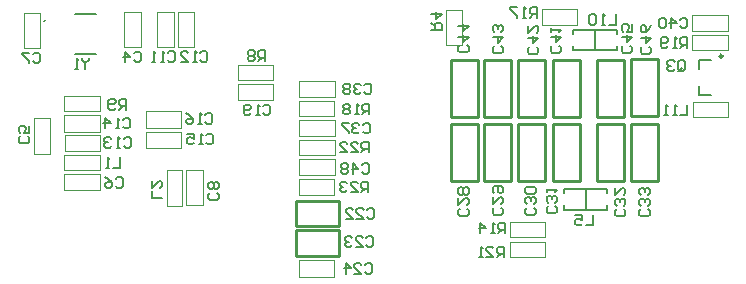
<source format=gbo>
G04*
G04 #@! TF.GenerationSoftware,Altium Limited,Altium Designer,20.2.5 (213)*
G04*
G04 Layer_Color=32896*
%FSLAX42Y42*%
%MOMM*%
G71*
G04*
G04 #@! TF.SameCoordinates,6F224850-DB23-45E0-B5EC-48CDDA7698CB*
G04*
G04*
G04 #@! TF.FilePolarity,Positive*
G04*
G01*
G75*
%ADD10C,0.25*%
%ADD11C,0.20*%
%ADD12C,0.10*%
%ADD14C,0.15*%
%ADD15C,0.25*%
D10*
X6295Y1952D02*
G03*
X6295Y1952I-12J0D01*
G01*
D11*
X557Y2253D02*
G03*
X557Y2253I-6J0D01*
G01*
X6097Y1620D02*
Y1697D01*
Y1620D02*
X6197D01*
X6097Y1842D02*
Y1920D01*
X6197D01*
X810Y2310D02*
X990D01*
X810Y1970D02*
X990D01*
D12*
X6342Y1435D02*
Y1565D01*
X6042Y1435D02*
X6342D01*
X6042D02*
Y1565D01*
X6342D01*
X6038Y2162D02*
Y2302D01*
Y2162D02*
X6338D01*
X6038Y2302D02*
X6338D01*
Y2162D02*
Y2302D01*
X6038Y2000D02*
Y2130D01*
X6338D01*
Y2000D02*
Y2130D01*
X6038Y2000D02*
X6338D01*
X3955Y2345D02*
X4085D01*
Y2045D02*
Y2345D01*
X3955Y2045D02*
X4085D01*
X3955D02*
Y2345D01*
X1720Y685D02*
Y985D01*
X1590D02*
X1720D01*
X1590Y685D02*
Y985D01*
Y685D02*
X1720D01*
X1755Y690D02*
X1895D01*
X1895D02*
Y990D01*
X1755Y690D02*
Y990D01*
X1895D01*
X1712Y1173D02*
Y1312D01*
X1412Y1312D02*
X1712D01*
X1412Y1173D02*
X1712D01*
X1412D02*
Y1312D01*
X1712Y1345D02*
Y1485D01*
X1412Y1485D02*
X1712D01*
X1412Y1345D02*
X1712D01*
X1412D02*
Y1485D01*
X462Y1427D02*
X603D01*
X462Y1127D02*
Y1427D01*
X603Y1127D02*
Y1427D01*
X462Y1127D02*
X603D01*
X722Y815D02*
Y955D01*
Y815D02*
X1022D01*
X722Y955D02*
X1022D01*
Y815D02*
Y955D01*
X725Y1148D02*
Y1288D01*
Y1148D02*
X1025D01*
X725Y1288D02*
X1025D01*
Y1148D02*
Y1288D01*
X722Y1313D02*
Y1453D01*
Y1313D02*
X1022D01*
X722Y1453D02*
X1022D01*
Y1313D02*
Y1453D01*
X722Y1615D02*
X1023D01*
X722Y1485D02*
Y1615D01*
Y1485D02*
X1023D01*
Y1615D01*
X378Y2020D02*
X518D01*
X518D02*
Y2320D01*
X378Y2020D02*
Y2320D01*
X518D01*
X1680Y2327D02*
X1820D01*
X1680Y2027D02*
Y2327D01*
X1820Y2027D02*
Y2327D01*
X1680Y2027D02*
X1820D01*
X1507Y2327D02*
X1648D01*
X1507Y2027D02*
Y2327D01*
X1648Y2027D02*
Y2327D01*
X1507Y2027D02*
X1648D01*
X1230Y2325D02*
X1370D01*
X1230Y2025D02*
Y2325D01*
X1370Y2025D02*
Y2325D01*
X1230Y2025D02*
X1370D01*
X2490Y1577D02*
Y1717D01*
X2190Y1717D02*
X2490D01*
X2190Y1577D02*
X2490D01*
X2190D02*
Y1717D01*
X2710Y1115D02*
X3010D01*
Y1245D01*
X2710D02*
X3010D01*
X2710Y1115D02*
Y1245D01*
X2708Y780D02*
X3008D01*
Y910D01*
X2708D02*
X3008D01*
X2708Y780D02*
Y910D01*
X3010Y943D02*
Y1082D01*
X2710Y1082D02*
X3010D01*
X2710Y943D02*
X3010D01*
X2710D02*
Y1082D01*
X4492Y378D02*
X4792D01*
X4492Y247D02*
Y378D01*
Y247D02*
X4792D01*
Y378D01*
X722Y1118D02*
X1023D01*
X722Y988D02*
Y1118D01*
Y988D02*
X1023D01*
Y1118D01*
X2707Y1445D02*
X3007D01*
Y1575D01*
X2707D02*
X3007D01*
X2707Y1445D02*
Y1575D01*
X4765Y2348D02*
X5065D01*
X4765Y2217D02*
Y2348D01*
Y2217D02*
X5065D01*
Y2348D01*
X4492Y420D02*
X4792D01*
Y550D01*
X4492D02*
X4792D01*
X4492Y420D02*
Y550D01*
X2190Y1877D02*
X2490D01*
X2190Y1747D02*
Y1877D01*
Y1747D02*
X2490D01*
Y1877D01*
X3010Y1605D02*
Y1745D01*
X2710Y1745D02*
X3010D01*
X2710Y1605D02*
X3010D01*
X2710D02*
Y1745D01*
X3010Y1275D02*
Y1415D01*
X2710Y1415D02*
X3010D01*
X2710Y1275D02*
X3010D01*
X2710D02*
Y1415D01*
X3008Y85D02*
Y225D01*
X2708Y225D02*
X3008D01*
X2708Y85D02*
X3008D01*
X2708D02*
Y225D01*
D14*
X5135Y653D02*
Y827D01*
X5320Y653D02*
Y690D01*
X4950Y653D02*
X5320D01*
X4950D02*
Y690D01*
Y790D02*
Y827D01*
X5320D01*
Y790D02*
Y827D01*
X5402Y2138D02*
Y2175D01*
X5032D02*
X5402D01*
X5032Y2138D02*
Y2175D01*
Y2000D02*
Y2038D01*
Y2000D02*
X5402D01*
Y2038D01*
X5217Y2000D02*
Y2175D01*
X5197Y607D02*
Y518D01*
X5137D01*
X5048Y607D02*
X5108D01*
Y562D01*
X5078Y577D01*
X5063D01*
X5048Y562D01*
Y533D01*
X5063Y518D01*
X5093D01*
X5108Y533D01*
X5995Y1542D02*
Y1453D01*
X5935D01*
X5905D02*
X5875D01*
X5890D01*
Y1542D01*
X5905Y1527D01*
X5830Y1453D02*
X5800D01*
X5815D01*
Y1542D01*
X5830Y1527D01*
X5917Y1840D02*
Y1900D01*
X5932Y1915D01*
X5962D01*
X5977Y1900D01*
Y1840D01*
X5962Y1825D01*
X5932D01*
X5947Y1855D02*
X5917Y1825D01*
X5932D02*
X5917Y1840D01*
X5888Y1900D02*
X5873Y1915D01*
X5843D01*
X5828Y1900D01*
Y1885D01*
X5843Y1870D01*
X5858D01*
X5843D01*
X5828Y1855D01*
Y1840D01*
X5843Y1825D01*
X5873D01*
X5888Y1840D01*
X5935Y2262D02*
X5950Y2277D01*
X5980D01*
X5995Y2262D01*
Y2203D01*
X5980Y2188D01*
X5950D01*
X5935Y2203D01*
X5860Y2188D02*
Y2277D01*
X5905Y2233D01*
X5845D01*
X5815Y2262D02*
X5800Y2277D01*
X5770D01*
X5755Y2262D01*
Y2203D01*
X5770Y2188D01*
X5800D01*
X5815Y2203D01*
Y2262D01*
X5995Y2020D02*
Y2110D01*
X5950D01*
X5935Y2095D01*
Y2065D01*
X5950Y2050D01*
X5995D01*
X5965D02*
X5935Y2020D01*
X5905D02*
X5875D01*
X5890D01*
Y2110D01*
X5905Y2095D01*
X5830Y2035D02*
X5815Y2020D01*
X5785D01*
X5770Y2035D01*
Y2095D01*
X5785Y2110D01*
X5815D01*
X5830Y2095D01*
Y2080D01*
X5815Y2065D01*
X5770D01*
X3828Y2175D02*
X3917D01*
Y2220D01*
X3902Y2235D01*
X3872D01*
X3858Y2220D01*
Y2175D01*
Y2205D02*
X3828Y2235D01*
Y2310D02*
X3917D01*
X3872Y2265D01*
Y2325D01*
X1550Y748D02*
X1460D01*
Y808D01*
Y897D02*
Y837D01*
X1520Y897D01*
X1535D01*
X1550Y882D01*
Y852D01*
X1535Y837D01*
X1192Y1097D02*
Y1008D01*
X1132D01*
X1103D02*
X1073D01*
X1088D01*
Y1097D01*
X1103Y1082D01*
X3295Y800D02*
Y890D01*
X3250D01*
X3235Y875D01*
Y845D01*
X3250Y830D01*
X3295D01*
X3265D02*
X3235Y800D01*
X3145D02*
X3205D01*
X3145Y860D01*
Y875D01*
X3160Y890D01*
X3190D01*
X3205Y875D01*
X3115D02*
X3100Y890D01*
X3070D01*
X3055Y875D01*
Y860D01*
X3070Y845D01*
X3085D01*
X3070D01*
X3055Y830D01*
Y815D01*
X3070Y800D01*
X3100D01*
X3115Y815D01*
X3297Y1138D02*
Y1227D01*
X3252D01*
X3237Y1212D01*
Y1182D01*
X3252Y1168D01*
X3297D01*
X3267D02*
X3237Y1138D01*
X3148D02*
X3207D01*
X3148Y1197D01*
Y1212D01*
X3163Y1227D01*
X3192D01*
X3207Y1212D01*
X3058Y1138D02*
X3118D01*
X3058Y1197D01*
Y1212D01*
X3073Y1227D01*
X3103D01*
X3118Y1212D01*
X4445Y250D02*
Y340D01*
X4400D01*
X4385Y325D01*
Y295D01*
X4400Y280D01*
X4445D01*
X4415D02*
X4385Y250D01*
X4295D02*
X4355D01*
X4295Y310D01*
Y325D01*
X4310Y340D01*
X4340D01*
X4355Y325D01*
X4265Y250D02*
X4235D01*
X4250D01*
Y340D01*
X4265Y325D01*
X3305Y1458D02*
Y1547D01*
X3260D01*
X3245Y1532D01*
Y1502D01*
X3260Y1488D01*
X3305D01*
X3275D02*
X3245Y1458D01*
X3215D02*
X3185D01*
X3200D01*
Y1547D01*
X3215Y1532D01*
X3140D02*
X3125Y1547D01*
X3095D01*
X3080Y1532D01*
Y1517D01*
X3095Y1502D01*
X3080Y1488D01*
Y1473D01*
X3095Y1458D01*
X3125D01*
X3140Y1473D01*
Y1488D01*
X3125Y1502D01*
X3140Y1517D01*
Y1532D01*
X3125Y1502D02*
X3095D01*
X4722Y2275D02*
Y2365D01*
X4677D01*
X4662Y2350D01*
Y2320D01*
X4677Y2305D01*
X4722D01*
X4692D02*
X4662Y2275D01*
X4632D02*
X4603D01*
X4617D01*
Y2365D01*
X4632Y2350D01*
X4558Y2365D02*
X4498D01*
Y2350D01*
X4558Y2290D01*
Y2275D01*
X4455Y453D02*
Y542D01*
X4410D01*
X4395Y527D01*
Y497D01*
X4410Y483D01*
X4455D01*
X4425D02*
X4395Y453D01*
X4365D02*
X4335D01*
X4350D01*
Y542D01*
X4365Y527D01*
X4245Y453D02*
Y542D01*
X4290Y497D01*
X4230D01*
X1245Y1500D02*
Y1590D01*
X1200D01*
X1185Y1575D01*
Y1545D01*
X1200Y1530D01*
X1245D01*
X1215D02*
X1185Y1500D01*
X1155Y1515D02*
X1140Y1500D01*
X1110D01*
X1095Y1515D01*
Y1575D01*
X1110Y1590D01*
X1140D01*
X1155Y1575D01*
Y1560D01*
X1140Y1545D01*
X1095D01*
X2422Y1910D02*
Y2000D01*
X2377D01*
X2362Y1985D01*
Y1955D01*
X2377Y1940D01*
X2422D01*
X2392D02*
X2362Y1910D01*
X2333Y1985D02*
X2318Y2000D01*
X2288D01*
X2273Y1985D01*
Y1970D01*
X2288Y1955D01*
X2273Y1940D01*
Y1925D01*
X2288Y1910D01*
X2318D01*
X2333Y1925D01*
Y1940D01*
X2318Y1955D01*
X2333Y1970D01*
Y1985D01*
X2318Y1955D02*
X2288D01*
X930Y1935D02*
Y1920D01*
X900Y1890D01*
X870Y1920D01*
Y1935D01*
X900Y1890D02*
Y1845D01*
X840D02*
X810D01*
X825D01*
Y1935D01*
X840Y1920D01*
X5390Y2307D02*
Y2218D01*
X5330D01*
X5300D02*
X5270D01*
X5285D01*
Y2307D01*
X5300Y2292D01*
X5225D02*
X5210Y2307D01*
X5180D01*
X5165Y2292D01*
Y2233D01*
X5180Y2218D01*
X5210D01*
X5225Y2233D01*
Y2292D01*
X3242Y1030D02*
X3257Y1045D01*
X3287D01*
X3302Y1030D01*
Y970D01*
X3287Y955D01*
X3257D01*
X3242Y970D01*
X3168Y955D02*
Y1045D01*
X3212Y1000D01*
X3153D01*
X3123Y1030D02*
X3108Y1045D01*
X3078D01*
X3063Y1030D01*
Y1015D01*
X3078Y1000D01*
X3063Y985D01*
Y970D01*
X3078Y955D01*
X3108D01*
X3123Y970D01*
Y985D01*
X3108Y1000D01*
X3123Y1015D01*
Y1030D01*
X3108Y1000D02*
X3078D01*
X5675Y2033D02*
X5690Y2018D01*
Y1988D01*
X5675Y1973D01*
X5615D01*
X5600Y1988D01*
Y2018D01*
X5615Y2033D01*
X5600Y2108D02*
X5690D01*
X5645Y2063D01*
Y2123D01*
X5690Y2213D02*
X5675Y2183D01*
X5645Y2153D01*
X5615D01*
X5600Y2168D01*
Y2198D01*
X5615Y2213D01*
X5630D01*
X5645Y2198D01*
Y2153D01*
X5515Y2040D02*
X5530Y2025D01*
Y1995D01*
X5515Y1980D01*
X5455D01*
X5440Y1995D01*
Y2025D01*
X5455Y2040D01*
X5440Y2115D02*
X5530D01*
X5485Y2070D01*
Y2130D01*
X5530Y2220D02*
Y2160D01*
X5485D01*
X5500Y2190D01*
Y2205D01*
X5485Y2220D01*
X5455D01*
X5440Y2205D01*
Y2175D01*
X5455Y2160D01*
X4130Y2043D02*
X4145Y2028D01*
Y1998D01*
X4130Y1983D01*
X4070D01*
X4055Y1998D01*
Y2028D01*
X4070Y2043D01*
X4055Y2117D02*
X4145D01*
X4100Y2073D01*
Y2132D01*
X4055Y2207D02*
X4145D01*
X4100Y2162D01*
Y2222D01*
X4422Y2035D02*
X4437Y2020D01*
Y1990D01*
X4422Y1975D01*
X4363D01*
X4348Y1990D01*
Y2020D01*
X4363Y2035D01*
X4348Y2110D02*
X4437D01*
X4392Y2065D01*
Y2125D01*
X4422Y2155D02*
X4437Y2170D01*
Y2200D01*
X4422Y2215D01*
X4407D01*
X4392Y2200D01*
Y2185D01*
Y2200D01*
X4377Y2215D01*
X4363D01*
X4348Y2200D01*
Y2170D01*
X4363Y2155D01*
X4720Y2030D02*
X4735Y2015D01*
Y1985D01*
X4720Y1970D01*
X4660D01*
X4645Y1985D01*
Y2015D01*
X4660Y2030D01*
X4645Y2105D02*
X4735D01*
X4690Y2060D01*
Y2120D01*
X4645Y2210D02*
Y2150D01*
X4705Y2210D01*
X4720D01*
X4735Y2195D01*
Y2165D01*
X4720Y2150D01*
X4912Y2040D02*
X4927Y2025D01*
Y1995D01*
X4912Y1980D01*
X4853D01*
X4838Y1995D01*
Y2025D01*
X4853Y2040D01*
X4838Y2115D02*
X4927D01*
X4883Y2070D01*
Y2130D01*
X4838Y2160D02*
Y2190D01*
Y2175D01*
X4927D01*
X4912Y2160D01*
X3262Y1705D02*
X3277Y1720D01*
X3307D01*
X3322Y1705D01*
Y1645D01*
X3307Y1630D01*
X3277D01*
X3262Y1645D01*
X3232Y1705D02*
X3217Y1720D01*
X3188D01*
X3173Y1705D01*
Y1690D01*
X3188Y1675D01*
X3203D01*
X3188D01*
X3173Y1660D01*
Y1645D01*
X3188Y1630D01*
X3217D01*
X3232Y1645D01*
X3143Y1705D02*
X3128Y1720D01*
X3098D01*
X3083Y1705D01*
Y1690D01*
X3098Y1675D01*
X3083Y1660D01*
Y1645D01*
X3098Y1630D01*
X3128D01*
X3143Y1645D01*
Y1660D01*
X3128Y1675D01*
X3143Y1690D01*
Y1705D01*
X3128Y1675D02*
X3098D01*
X3250Y1372D02*
X3265Y1387D01*
X3295D01*
X3310Y1372D01*
Y1313D01*
X3295Y1298D01*
X3265D01*
X3250Y1313D01*
X3220Y1372D02*
X3205Y1387D01*
X3175D01*
X3160Y1372D01*
Y1357D01*
X3175Y1343D01*
X3190D01*
X3175D01*
X3160Y1328D01*
Y1313D01*
X3175Y1298D01*
X3205D01*
X3220Y1313D01*
X3130Y1387D02*
X3070D01*
Y1372D01*
X3130Y1313D01*
Y1298D01*
X5665Y655D02*
X5680Y640D01*
Y610D01*
X5665Y595D01*
X5605D01*
X5590Y610D01*
Y640D01*
X5605Y655D01*
X5665Y685D02*
X5680Y700D01*
Y730D01*
X5665Y745D01*
X5650D01*
X5635Y730D01*
Y715D01*
Y730D01*
X5620Y745D01*
X5605D01*
X5590Y730D01*
Y700D01*
X5605Y685D01*
X5665Y775D02*
X5680Y790D01*
Y820D01*
X5665Y835D01*
X5650D01*
X5635Y820D01*
Y805D01*
Y820D01*
X5620Y835D01*
X5605D01*
X5590Y820D01*
Y790D01*
X5605Y775D01*
X5457Y655D02*
X5472Y640D01*
Y610D01*
X5457Y595D01*
X5398D01*
X5383Y610D01*
Y640D01*
X5398Y655D01*
X5457Y685D02*
X5472Y700D01*
Y730D01*
X5457Y745D01*
X5442D01*
X5428Y730D01*
Y715D01*
Y730D01*
X5413Y745D01*
X5398D01*
X5383Y730D01*
Y700D01*
X5398Y685D01*
X5383Y835D02*
Y775D01*
X5442Y835D01*
X5457D01*
X5472Y820D01*
Y790D01*
X5457Y775D01*
X4880Y680D02*
X4895Y665D01*
Y635D01*
X4880Y620D01*
X4820D01*
X4805Y635D01*
Y665D01*
X4820Y680D01*
X4880Y710D02*
X4895Y725D01*
Y755D01*
X4880Y770D01*
X4865D01*
X4850Y755D01*
Y740D01*
Y755D01*
X4835Y770D01*
X4820D01*
X4805Y755D01*
Y725D01*
X4820Y710D01*
X4805Y800D02*
Y830D01*
Y815D01*
X4895D01*
X4880Y800D01*
X4700Y668D02*
X4715Y653D01*
Y623D01*
X4700Y608D01*
X4640D01*
X4625Y623D01*
Y653D01*
X4640Y668D01*
X4700Y698D02*
X4715Y713D01*
Y742D01*
X4700Y757D01*
X4685D01*
X4670Y742D01*
Y728D01*
Y742D01*
X4655Y757D01*
X4640D01*
X4625Y742D01*
Y713D01*
X4640Y698D01*
X4700Y787D02*
X4715Y802D01*
Y832D01*
X4700Y847D01*
X4640D01*
X4625Y832D01*
Y802D01*
X4640Y787D01*
X4700D01*
X4422Y670D02*
X4437Y655D01*
Y625D01*
X4422Y610D01*
X4363D01*
X4348Y625D01*
Y655D01*
X4363Y670D01*
X4348Y760D02*
Y700D01*
X4407Y760D01*
X4422D01*
X4437Y745D01*
Y715D01*
X4422Y700D01*
X4363Y790D02*
X4348Y805D01*
Y835D01*
X4363Y850D01*
X4422D01*
X4437Y835D01*
Y805D01*
X4422Y790D01*
X4407D01*
X4392Y805D01*
Y850D01*
X4130Y660D02*
X4145Y645D01*
Y615D01*
X4130Y600D01*
X4070D01*
X4055Y615D01*
Y645D01*
X4070Y660D01*
X4055Y750D02*
Y690D01*
X4115Y750D01*
X4130D01*
X4145Y735D01*
Y705D01*
X4130Y690D01*
Y780D02*
X4145Y795D01*
Y825D01*
X4130Y840D01*
X4115D01*
X4100Y825D01*
X4085Y840D01*
X4070D01*
X4055Y825D01*
Y795D01*
X4070Y780D01*
X4085D01*
X4100Y795D01*
X4115Y780D01*
X4130D01*
X4100Y795D02*
Y825D01*
X3267Y185D02*
X3282Y200D01*
X3312D01*
X3327Y185D01*
Y125D01*
X3312Y110D01*
X3282D01*
X3267Y125D01*
X3178Y110D02*
X3237D01*
X3178Y170D01*
Y185D01*
X3193Y200D01*
X3222D01*
X3237Y185D01*
X3103Y110D02*
Y200D01*
X3148Y155D01*
X3088D01*
X3277Y410D02*
X3292Y425D01*
X3322D01*
X3337Y410D01*
Y350D01*
X3322Y335D01*
X3292D01*
X3277Y350D01*
X3188Y335D02*
X3247D01*
X3188Y395D01*
Y410D01*
X3203Y425D01*
X3232D01*
X3247Y410D01*
X3158D02*
X3143Y425D01*
X3113D01*
X3098Y410D01*
Y395D01*
X3113Y380D01*
X3128D01*
X3113D01*
X3098Y365D01*
Y350D01*
X3113Y335D01*
X3143D01*
X3158Y350D01*
X3285Y650D02*
X3300Y665D01*
X3330D01*
X3345Y650D01*
Y590D01*
X3330Y575D01*
X3300D01*
X3285Y590D01*
X3195Y575D02*
X3255D01*
X3195Y635D01*
Y650D01*
X3210Y665D01*
X3240D01*
X3255Y650D01*
X3105Y575D02*
X3165D01*
X3105Y635D01*
Y650D01*
X3120Y665D01*
X3150D01*
X3165Y650D01*
X2405Y1527D02*
X2420Y1542D01*
X2450D01*
X2465Y1527D01*
Y1468D01*
X2450Y1453D01*
X2420D01*
X2405Y1468D01*
X2375Y1453D02*
X2345D01*
X2360D01*
Y1542D01*
X2375Y1527D01*
X2300Y1468D02*
X2285Y1453D01*
X2255D01*
X2240Y1468D01*
Y1527D01*
X2255Y1542D01*
X2285D01*
X2300Y1527D01*
Y1512D01*
X2285Y1498D01*
X2240D01*
X1915Y1452D02*
X1930Y1467D01*
X1960D01*
X1975Y1452D01*
Y1393D01*
X1960Y1378D01*
X1930D01*
X1915Y1393D01*
X1885Y1378D02*
X1855D01*
X1870D01*
Y1467D01*
X1885Y1452D01*
X1750Y1467D02*
X1780Y1452D01*
X1810Y1423D01*
Y1393D01*
X1795Y1378D01*
X1765D01*
X1750Y1393D01*
Y1408D01*
X1765Y1423D01*
X1810D01*
X1922Y1280D02*
X1937Y1295D01*
X1967D01*
X1982Y1280D01*
Y1220D01*
X1967Y1205D01*
X1937D01*
X1922Y1220D01*
X1892Y1205D02*
X1863D01*
X1877D01*
Y1295D01*
X1892Y1280D01*
X1758Y1295D02*
X1818D01*
Y1250D01*
X1788Y1265D01*
X1773D01*
X1758Y1250D01*
Y1220D01*
X1773Y1205D01*
X1803D01*
X1818Y1220D01*
X1217Y1415D02*
X1232Y1430D01*
X1262D01*
X1277Y1415D01*
Y1355D01*
X1262Y1340D01*
X1232D01*
X1217Y1355D01*
X1187Y1340D02*
X1158D01*
X1172D01*
Y1430D01*
X1187Y1415D01*
X1068Y1340D02*
Y1430D01*
X1113Y1385D01*
X1053D01*
X1225Y1252D02*
X1240Y1267D01*
X1270D01*
X1285Y1252D01*
Y1193D01*
X1270Y1178D01*
X1240D01*
X1225Y1193D01*
X1195Y1178D02*
X1165D01*
X1180D01*
Y1267D01*
X1195Y1252D01*
X1120D02*
X1105Y1267D01*
X1075D01*
X1060Y1252D01*
Y1237D01*
X1075Y1223D01*
X1090D01*
X1075D01*
X1060Y1208D01*
Y1193D01*
X1075Y1178D01*
X1105D01*
X1120Y1193D01*
X1872Y1977D02*
X1887Y1992D01*
X1917D01*
X1932Y1977D01*
Y1918D01*
X1917Y1903D01*
X1887D01*
X1872Y1918D01*
X1842Y1903D02*
X1813D01*
X1827D01*
Y1992D01*
X1842Y1977D01*
X1708Y1903D02*
X1768D01*
X1708Y1962D01*
Y1977D01*
X1723Y1992D01*
X1753D01*
X1768Y1977D01*
X1597D02*
X1612Y1992D01*
X1642D01*
X1657Y1977D01*
Y1918D01*
X1642Y1903D01*
X1612D01*
X1597Y1918D01*
X1567Y1903D02*
X1538D01*
X1553D01*
Y1992D01*
X1567Y1977D01*
X1493Y1903D02*
X1463D01*
X1478D01*
Y1992D01*
X1493Y1977D01*
X2015Y795D02*
X2030Y780D01*
Y750D01*
X2015Y735D01*
X1955D01*
X1940Y750D01*
Y780D01*
X1955Y795D01*
X2015Y825D02*
X2030Y840D01*
Y870D01*
X2015Y885D01*
X2000D01*
X1985Y870D01*
X1970Y885D01*
X1955D01*
X1940Y870D01*
Y840D01*
X1955Y825D01*
X1970D01*
X1985Y840D01*
X2000Y825D01*
X2015D01*
X1985Y840D02*
Y870D01*
X455Y1967D02*
X470Y1982D01*
X500D01*
X515Y1967D01*
Y1908D01*
X500Y1893D01*
X470D01*
X455Y1908D01*
X425Y1982D02*
X365D01*
Y1967D01*
X425Y1908D01*
Y1893D01*
X1155Y912D02*
X1170Y927D01*
X1200D01*
X1215Y912D01*
Y853D01*
X1200Y838D01*
X1170D01*
X1155Y853D01*
X1065Y927D02*
X1095Y912D01*
X1125Y882D01*
Y853D01*
X1110Y838D01*
X1080D01*
X1065Y853D01*
Y868D01*
X1080Y882D01*
X1125D01*
X410Y1273D02*
X425Y1258D01*
Y1228D01*
X410Y1213D01*
X350D01*
X335Y1228D01*
Y1258D01*
X350Y1273D01*
X425Y1362D02*
Y1302D01*
X380D01*
X395Y1332D01*
Y1347D01*
X380Y1362D01*
X350D01*
X335Y1347D01*
Y1317D01*
X350Y1302D01*
X1310Y1975D02*
X1325Y1990D01*
X1355D01*
X1370Y1975D01*
Y1915D01*
X1355Y1900D01*
X1325D01*
X1310Y1915D01*
X1235Y1900D02*
Y1990D01*
X1280Y1945D01*
X1220D01*
D15*
X5521Y1924D02*
X5749D01*
X5521Y1441D02*
X5749D01*
Y1924D01*
X5521Y1441D02*
Y1924D01*
X5233Y1921D02*
X5462D01*
X5233Y1439D02*
X5462D01*
Y1921D01*
X5233Y1439D02*
Y1921D01*
X3996Y1916D02*
X4224D01*
X3996Y1434D02*
X4224D01*
Y1916D01*
X3996Y1434D02*
Y1916D01*
X4278Y1919D02*
X4507D01*
X4278Y1436D02*
X4507D01*
Y1919D01*
X4278Y1436D02*
Y1919D01*
X4566Y1919D02*
X4794D01*
X4566Y1436D02*
X4794D01*
Y1919D01*
X4566Y1436D02*
Y1919D01*
X4856D02*
X5084D01*
X4856Y1436D02*
X5084D01*
Y1919D01*
X4856Y1436D02*
Y1919D01*
X5521Y1374D02*
X5749D01*
X5521Y891D02*
X5749D01*
Y1374D01*
X5521Y891D02*
Y1374D01*
X5231Y1374D02*
X5459D01*
X5231Y891D02*
X5459D01*
Y1374D01*
X5231Y891D02*
Y1374D01*
X4856Y1379D02*
X5084D01*
X4856Y896D02*
X5084D01*
Y1379D01*
X4856Y896D02*
Y1379D01*
X4566D02*
X4794D01*
X4566Y896D02*
X4794D01*
Y1379D01*
X4566Y896D02*
Y1379D01*
X4278D02*
X4507D01*
X4278Y896D02*
X4507D01*
Y1379D01*
X4278Y896D02*
Y1379D01*
X3996D02*
X4224D01*
X3996Y896D02*
X4224D01*
Y1379D01*
X3996Y896D02*
Y1379D01*
X2679Y263D02*
X3047D01*
X2679Y477D02*
X3047D01*
X2679Y263D02*
Y477D01*
X3047Y263D02*
Y477D01*
X2681Y513D02*
X3049D01*
X2681Y727D02*
X3049D01*
X2681Y513D02*
Y727D01*
X3049Y513D02*
Y727D01*
M02*

</source>
